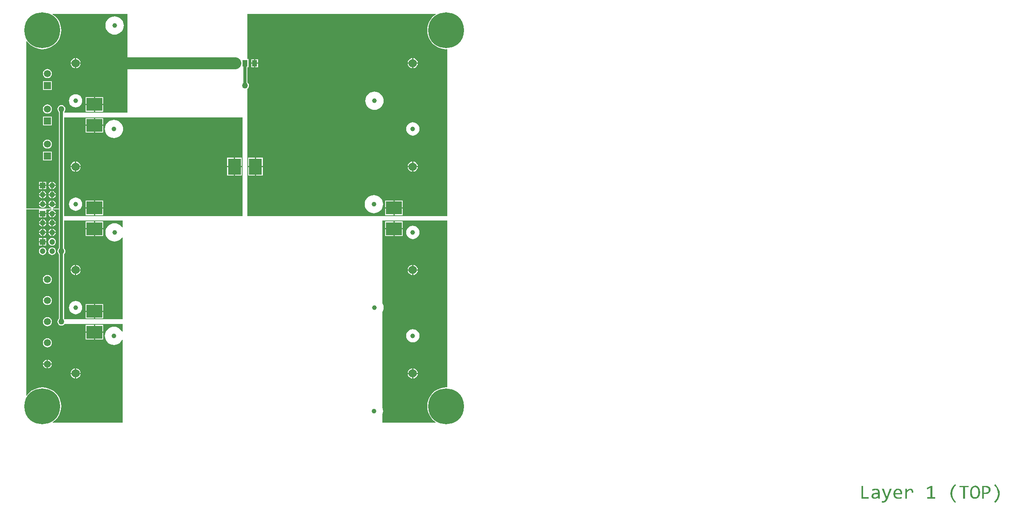
<source format=gtl>
G04*
G04 #@! TF.GenerationSoftware,Altium Limited,Altium Designer,20.0.13 (296)*
G04*
G04 Layer_Physical_Order=1*
G04 Layer_Color=255*
%FSLAX25Y25*%
%MOIN*%
G70*
G01*
G75*
%ADD28R,0.04134X0.05315*%
%ADD29R,0.13386X0.10827*%
%ADD30R,0.10827X0.13386*%
%ADD31C,0.05906*%
%ADD32R,0.05906X0.05906*%
%ADD33R,0.04724X0.04724*%
%ADD34C,0.04724*%
%ADD35C,0.07000*%
%ADD36C,0.03937*%
%ADD37C,0.30000*%
%ADD38C,0.02500*%
%ADD39C,0.10000*%
%ADD40C,0.05000*%
G36*
X43307Y171260D02*
Y88583D01*
X-9418Y88583D01*
X-9587Y89083D01*
X-9457Y89182D01*
X-8929Y89871D01*
X-8596Y90674D01*
X-8483Y91535D01*
X-8596Y92397D01*
X-8929Y93200D01*
X-9457Y93889D01*
X-10147Y94418D01*
X-10950Y94750D01*
X-11811Y94864D01*
X-12673Y94750D01*
X-13475Y94418D01*
X-14165Y93889D01*
X-14694Y93200D01*
X-15026Y92397D01*
X-15139Y91535D01*
X-15026Y90674D01*
X-14694Y89871D01*
X-14165Y89182D01*
X-13901Y88980D01*
Y8296D01*
X-19027D01*
X-19060Y8796D01*
X-18883Y8819D01*
X-18136Y9129D01*
X-17495Y9621D01*
X-17003Y10262D01*
X-16693Y11009D01*
X-16654Y11311D01*
X-22717D01*
X-22677Y11009D01*
X-22367Y10262D01*
X-21875Y9621D01*
X-21234Y9129D01*
X-20487Y8819D01*
X-20310Y8796D01*
X-20343Y8296D01*
X-24422D01*
X-24526Y8275D01*
X-24632Y8269D01*
X-24680Y8245D01*
X-24718Y8237D01*
X-27349D01*
X-27382Y8737D01*
X-27254Y8754D01*
X-26757Y8819D01*
X-26010Y9129D01*
X-25369Y9621D01*
X-24877Y10262D01*
X-24567Y11009D01*
X-24528Y11311D01*
X-30591D01*
X-30551Y11009D01*
X-30241Y10262D01*
X-29749Y9621D01*
X-29108Y9129D01*
X-28361Y8819D01*
X-27864Y8754D01*
X-27736Y8737D01*
X-27769Y8237D01*
X-30400D01*
X-30441Y8245D01*
X-30492Y8270D01*
X-30595Y8276D01*
X-30696Y8296D01*
X-41339D01*
Y148299D01*
X-40857Y148434D01*
X-40692Y148165D01*
X-39077Y146274D01*
X-37186Y144658D01*
X-35065Y143359D01*
X-32768Y142407D01*
X-30349Y141827D01*
X-27870Y141631D01*
X-25391Y141827D01*
X-22973Y142407D01*
X-20675Y143359D01*
X-18554Y144658D01*
X-16663Y146274D01*
X-15048Y148165D01*
X-13749Y150285D01*
X-12797Y152583D01*
X-12216Y155001D01*
X-12021Y157480D01*
X-12216Y159960D01*
X-12797Y162378D01*
X-13749Y164675D01*
X-15048Y166796D01*
X-16663Y168687D01*
X-18554Y170302D01*
X-19332Y170779D01*
X-19196Y171260D01*
X43307Y171260D01*
D02*
G37*
G36*
X139764Y1969D02*
X-9721D01*
Y84646D01*
X139764D01*
Y1969D01*
D02*
G37*
G36*
X301532Y170779D02*
X300754Y170302D01*
X298863Y168687D01*
X297248Y166796D01*
X295949Y164675D01*
X294997Y162378D01*
X294416Y159960D01*
X294221Y157480D01*
X294416Y155001D01*
X294997Y152583D01*
X295949Y150285D01*
X297248Y148165D01*
X298863Y146274D01*
X300754Y144658D01*
X302875Y143359D01*
X305172Y142407D01*
X307591Y141827D01*
X310070Y141631D01*
X310656Y141678D01*
X311024Y141338D01*
Y1969D01*
X143701D01*
Y108571D01*
X144086Y108867D01*
X144615Y109556D01*
X144947Y110359D01*
X145061Y111221D01*
X144947Y112082D01*
X144615Y112885D01*
X144086Y113574D01*
X143822Y113776D01*
Y126464D01*
X144599D01*
Y133379D01*
X143701D01*
Y171260D01*
X301396D01*
X301532Y170779D01*
D02*
G37*
G36*
X39370Y-7364D02*
X38870Y-7469D01*
X37998Y-6407D01*
X36841Y-5457D01*
X35521Y-4752D01*
X34088Y-4317D01*
X32598Y-4170D01*
X31109Y-4317D01*
X29676Y-4752D01*
X28356Y-5457D01*
X27198Y-6407D01*
X26249Y-7564D01*
X25543Y-8885D01*
X25108Y-10317D01*
X24962Y-11807D01*
X25108Y-13297D01*
X25543Y-14730D01*
X26249Y-16050D01*
X27198Y-17207D01*
X28356Y-18157D01*
X29676Y-18862D01*
X31109Y-19297D01*
X32598Y-19444D01*
X34088Y-19297D01*
X35521Y-18862D01*
X36841Y-18157D01*
X37998Y-17207D01*
X38870Y-16145D01*
X39370Y-16250D01*
Y-84646D01*
X-9162D01*
X-9457Y-84261D01*
X-9721Y-84058D01*
Y-30115D01*
X-9457Y-29913D01*
X-8929Y-29223D01*
X-8596Y-28420D01*
X-8483Y-27559D01*
X-8596Y-26698D01*
X-8929Y-25895D01*
X-9457Y-25205D01*
X-9721Y-25003D01*
Y-1969D01*
X39370D01*
Y-7364D01*
D02*
G37*
G36*
X-30696Y7480D02*
X-30630Y7008D01*
X-30630Y6980D01*
Y4437D01*
X-24488D01*
Y6980D01*
X-24422Y7480D01*
X-20129D01*
X-20096Y6980D01*
X-20487Y6929D01*
X-21234Y6619D01*
X-21875Y6127D01*
X-22367Y5486D01*
X-22677Y4739D01*
X-22717Y4437D01*
X-16654D01*
X-16693Y4739D01*
X-17003Y5486D01*
X-17495Y6127D01*
X-18136Y6619D01*
X-18883Y6929D01*
X-19274Y6980D01*
X-19242Y7480D01*
X-13901D01*
Y-25003D01*
X-14165Y-25205D01*
X-14694Y-25895D01*
X-15026Y-26698D01*
X-15139Y-27559D01*
X-15026Y-28420D01*
X-14694Y-29223D01*
X-14165Y-29913D01*
X-13901Y-30115D01*
Y-84058D01*
X-14165Y-84261D01*
X-14694Y-84950D01*
X-15026Y-85753D01*
X-15139Y-86614D01*
X-15026Y-87476D01*
X-14694Y-88278D01*
X-14165Y-88968D01*
X-13475Y-89497D01*
X-12673Y-89829D01*
X-11811Y-89943D01*
X-10950Y-89829D01*
X-10147Y-89497D01*
X-9457Y-88968D01*
X-9162Y-88583D01*
X39370Y-88583D01*
Y-94843D01*
X38870Y-94968D01*
X38448Y-94178D01*
X37498Y-93021D01*
X36341Y-92071D01*
X35021Y-91366D01*
X33588Y-90931D01*
X32098Y-90785D01*
X30609Y-90931D01*
X29176Y-91366D01*
X27856Y-92071D01*
X26698Y-93021D01*
X25749Y-94178D01*
X25043Y-95499D01*
X24608Y-96931D01*
X24462Y-98421D01*
X24608Y-99911D01*
X25043Y-101344D01*
X25749Y-102664D01*
X26698Y-103821D01*
X27856Y-104771D01*
X29176Y-105477D01*
X30609Y-105911D01*
X32098Y-106058D01*
X33588Y-105911D01*
X35021Y-105477D01*
X36341Y-104771D01*
X37498Y-103821D01*
X38448Y-102664D01*
X38870Y-101875D01*
X39370Y-102000D01*
Y-171260D01*
X-19196Y-171260D01*
X-19332Y-170779D01*
X-18554Y-170302D01*
X-16663Y-168687D01*
X-15048Y-166796D01*
X-13749Y-164675D01*
X-12797Y-162378D01*
X-12216Y-159960D01*
X-12021Y-157480D01*
X-12216Y-155001D01*
X-12797Y-152583D01*
X-13749Y-150285D01*
X-15048Y-148165D01*
X-16663Y-146274D01*
X-18554Y-144658D01*
X-20675Y-143359D01*
X-22973Y-142407D01*
X-25391Y-141827D01*
X-27870Y-141631D01*
X-30349Y-141827D01*
X-32768Y-142407D01*
X-35065Y-143359D01*
X-37186Y-144658D01*
X-39077Y-146274D01*
X-40692Y-148165D01*
X-40857Y-148434D01*
X-41339Y-148299D01*
X-41339Y7480D01*
X-30696D01*
D02*
G37*
G36*
X311024Y-141338D02*
X310656Y-141678D01*
X310070Y-141631D01*
X307591Y-141827D01*
X305172Y-142407D01*
X302875Y-143359D01*
X300754Y-144658D01*
X298863Y-146274D01*
X297248Y-148165D01*
X295949Y-150285D01*
X294997Y-152583D01*
X294416Y-155001D01*
X294221Y-157480D01*
X294416Y-159960D01*
X294997Y-162378D01*
X295949Y-164675D01*
X297248Y-166796D01*
X298863Y-168687D01*
X300754Y-170302D01*
X301532Y-170779D01*
X301396Y-171260D01*
X256610D01*
Y-164427D01*
X256654Y-164344D01*
X257088Y-162911D01*
X257235Y-161421D01*
X257088Y-159931D01*
X256654Y-158499D01*
X256610Y-158416D01*
Y-78748D01*
X257154Y-77730D01*
X257589Y-76297D01*
X257735Y-74807D01*
X257589Y-73317D01*
X257154Y-71885D01*
X256610Y-70866D01*
Y-1969D01*
X311024D01*
Y-141338D01*
D02*
G37*
G36*
X698802Y-226440D02*
X698893D01*
X699021Y-226459D01*
X699312Y-226531D01*
X699622Y-226623D01*
X699932Y-226768D01*
X700242Y-226987D01*
X700387Y-227115D01*
X700515Y-227260D01*
X700551Y-227297D01*
X700570Y-227351D01*
X700624Y-227406D01*
X700661Y-227497D01*
X700715Y-227606D01*
X700788Y-227734D01*
X700843Y-227880D01*
X700898Y-228044D01*
X700952Y-228208D01*
X701007Y-228408D01*
X701061Y-228627D01*
X701098Y-228882D01*
X701116Y-229137D01*
X701134Y-229410D01*
Y-229702D01*
X699695D01*
Y-229683D01*
Y-229647D01*
Y-229592D01*
Y-229520D01*
X699677Y-229337D01*
X699659Y-229119D01*
X699622Y-228864D01*
X699568Y-228608D01*
X699476Y-228354D01*
X699367Y-228153D01*
X699349Y-228135D01*
X699312Y-228080D01*
X699221Y-227989D01*
X699112Y-227898D01*
X698966Y-227825D01*
X698802Y-227734D01*
X698602Y-227679D01*
X698365Y-227661D01*
X698256D01*
X698201Y-227679D01*
X698019Y-227697D01*
X697800Y-227770D01*
X697782D01*
X697746Y-227789D01*
X697691Y-227807D01*
X697618Y-227843D01*
X697418Y-227953D01*
X697199Y-228098D01*
X697181Y-228117D01*
X697144Y-228135D01*
X697090Y-228189D01*
X696999Y-228244D01*
X696798Y-228445D01*
X696543Y-228681D01*
X696525Y-228700D01*
X696488Y-228736D01*
X696415Y-228809D01*
X696324Y-228918D01*
X696215Y-229046D01*
X696088Y-229173D01*
X695960Y-229337D01*
X695814Y-229520D01*
Y-234803D01*
X694375D01*
Y-226568D01*
X695668D01*
X695705Y-228098D01*
Y-228080D01*
X695741Y-228062D01*
X695832Y-227953D01*
X695978Y-227807D01*
X696160Y-227606D01*
X696379Y-227406D01*
X696616Y-227187D01*
X696871Y-226987D01*
X697144Y-226823D01*
X697181Y-226805D01*
X697272Y-226768D01*
X697399Y-226695D01*
X697600Y-226623D01*
X697800Y-226550D01*
X698055Y-226477D01*
X698310Y-226440D01*
X698584Y-226422D01*
X698711D01*
X698802Y-226440D01*
D02*
G37*
G36*
X680090Y-233929D02*
Y-233947D01*
X680072Y-233983D01*
X680054Y-234038D01*
X680018Y-234111D01*
X679926Y-234330D01*
X679817Y-234585D01*
X679671Y-234876D01*
X679526Y-235204D01*
X679361Y-235532D01*
X679179Y-235842D01*
X679161Y-235878D01*
X679107Y-235969D01*
X679015Y-236133D01*
X678888Y-236316D01*
X678742Y-236534D01*
X678560Y-236753D01*
X678378Y-236971D01*
X678177Y-237190D01*
X678159Y-237208D01*
X678086Y-237281D01*
X677977Y-237372D01*
X677831Y-237482D01*
X677649Y-237609D01*
X677448Y-237737D01*
X677212Y-237846D01*
X676975Y-237955D01*
X676938Y-237974D01*
X676865Y-237992D01*
X676720Y-238028D01*
X676537Y-238083D01*
X676319Y-238138D01*
X676082Y-238174D01*
X675790Y-238192D01*
X675499Y-238211D01*
X675244D01*
X675098Y-238192D01*
X674879D01*
X674734Y-238174D01*
Y-236880D01*
X674770D01*
X674843Y-236899D01*
X674970D01*
X675116Y-236917D01*
X675153D01*
X675262Y-236935D01*
X675408Y-236953D01*
X675717D01*
X675809Y-236935D01*
X676064Y-236899D01*
X676319Y-236826D01*
X676337D01*
X676373Y-236807D01*
X676446Y-236771D01*
X676537Y-236735D01*
X676738Y-236625D01*
X676957Y-236461D01*
X676975Y-236443D01*
X677011Y-236407D01*
X677066Y-236352D01*
X677139Y-236279D01*
X677230Y-236188D01*
X677339Y-236061D01*
X677539Y-235787D01*
X677558Y-235769D01*
X677594Y-235714D01*
X677649Y-235623D01*
X677722Y-235514D01*
X677795Y-235368D01*
X677886Y-235186D01*
X677995Y-235004D01*
X678086Y-234803D01*
X674806Y-226568D01*
X676428D01*
X678505Y-232034D01*
X678924Y-233309D01*
X679398Y-231997D01*
X681329Y-226568D01*
X682896D01*
X680090Y-233929D01*
D02*
G37*
G36*
X762190Y-224108D02*
X762427Y-224126D01*
X762682Y-224163D01*
X763228Y-224272D01*
X763265D01*
X763356Y-224309D01*
X763483Y-224345D01*
X763665Y-224418D01*
X763866Y-224491D01*
X764066Y-224600D01*
X764285Y-224709D01*
X764504Y-224855D01*
X764522Y-224873D01*
X764595Y-224928D01*
X764704Y-225001D01*
X764831Y-225129D01*
X764977Y-225274D01*
X765123Y-225438D01*
X765269Y-225639D01*
X765396Y-225857D01*
X765415Y-225894D01*
X765451Y-225967D01*
X765506Y-226094D01*
X765560Y-226276D01*
X765615Y-226495D01*
X765670Y-226750D01*
X765706Y-227042D01*
X765724Y-227370D01*
Y-227406D01*
Y-227479D01*
X765706Y-227606D01*
X765688Y-227770D01*
X765670Y-227971D01*
X765615Y-228208D01*
X765560Y-228445D01*
X765469Y-228681D01*
X765451Y-228718D01*
X765433Y-228791D01*
X765360Y-228918D01*
X765287Y-229064D01*
X765178Y-229246D01*
X765050Y-229428D01*
X764886Y-229629D01*
X764704Y-229829D01*
X764686Y-229848D01*
X764613Y-229920D01*
X764504Y-230012D01*
X764358Y-230121D01*
X764157Y-230248D01*
X763939Y-230394D01*
X763684Y-230522D01*
X763392Y-230649D01*
X763356Y-230667D01*
X763246Y-230704D01*
X763082Y-230740D01*
X762846Y-230795D01*
X762572Y-230868D01*
X762244Y-230904D01*
X761862Y-230941D01*
X761461Y-230959D01*
X760149D01*
Y-234803D01*
X758691D01*
Y-224090D01*
X761989D01*
X762190Y-224108D01*
D02*
G37*
G36*
X747450Y-225329D02*
X744279D01*
Y-234803D01*
X742804Y-234803D01*
Y-225329D01*
X739633D01*
Y-224090D01*
X747450Y-224090D01*
Y-225329D01*
D02*
G37*
G36*
X717004Y-233473D02*
X719391D01*
Y-234803D01*
X712668D01*
Y-233473D01*
X715419D01*
Y-225657D01*
X712850Y-227042D01*
X712340Y-225821D01*
X715729Y-224035D01*
X717004D01*
Y-233473D01*
D02*
G37*
G36*
X670142Y-226440D02*
X670343Y-226459D01*
X670579Y-226495D01*
X671035Y-226586D01*
X671053D01*
X671144Y-226623D01*
X671254Y-226659D01*
X671381Y-226714D01*
X671545Y-226786D01*
X671709Y-226878D01*
X671873Y-226969D01*
X672037Y-227096D01*
X672055Y-227115D01*
X672110Y-227151D01*
X672183Y-227224D01*
X672274Y-227315D01*
X672383Y-227443D01*
X672493Y-227588D01*
X672584Y-227752D01*
X672675Y-227934D01*
X672693Y-227953D01*
X672711Y-228026D01*
X672748Y-228135D01*
X672802Y-228281D01*
X672839Y-228445D01*
X672875Y-228663D01*
X672893Y-228882D01*
X672912Y-229137D01*
Y-234803D01*
X671618D01*
X671582Y-233710D01*
X671545Y-233747D01*
X671472Y-233820D01*
X671326Y-233929D01*
X671163Y-234074D01*
X670944Y-234220D01*
X670725Y-234384D01*
X670470Y-234530D01*
X670215Y-234658D01*
X670179Y-234676D01*
X670088Y-234694D01*
X669960Y-234749D01*
X669778Y-234803D01*
X669559Y-234858D01*
X669304Y-234894D01*
X669049Y-234931D01*
X668757Y-234949D01*
X668648D01*
X668521Y-234931D01*
X668357D01*
X668156Y-234913D01*
X667956Y-234876D01*
X667555Y-234785D01*
X667537D01*
X667482Y-234749D01*
X667391Y-234712D01*
X667264Y-234658D01*
X667008Y-234494D01*
X666735Y-234293D01*
X666717Y-234275D01*
X666680Y-234239D01*
X666626Y-234166D01*
X666553Y-234074D01*
X666480Y-233965D01*
X666389Y-233838D01*
X666261Y-233546D01*
Y-233528D01*
X666243Y-233473D01*
X666225Y-233382D01*
X666188Y-233273D01*
X666170Y-233127D01*
X666134Y-232963D01*
X666116Y-232617D01*
Y-232599D01*
Y-232562D01*
Y-232489D01*
X666134Y-232417D01*
X666152Y-232307D01*
X666170Y-232180D01*
X666225Y-231906D01*
X666334Y-231597D01*
X666498Y-231269D01*
X666608Y-231105D01*
X666735Y-230959D01*
X666863Y-230813D01*
X667027Y-230667D01*
X667045D01*
X667063Y-230631D01*
X667118Y-230594D01*
X667209Y-230558D01*
X667300Y-230503D01*
X667409Y-230449D01*
X667555Y-230376D01*
X667719Y-230303D01*
X667901Y-230248D01*
X668102Y-230175D01*
X668320Y-230121D01*
X668575Y-230066D01*
X668830Y-230030D01*
X669122Y-229993D01*
X669432Y-229957D01*
X671472D01*
Y-229246D01*
Y-229210D01*
Y-229119D01*
X671454Y-228991D01*
X671418Y-228827D01*
X671363Y-228645D01*
X671272Y-228445D01*
X671163Y-228262D01*
X670998Y-228080D01*
X670980Y-228062D01*
X670907Y-228007D01*
X670798Y-227934D01*
X670652Y-227861D01*
X670452Y-227789D01*
X670197Y-227716D01*
X669905Y-227661D01*
X669577Y-227643D01*
X669322D01*
X669140Y-227661D01*
X668922Y-227679D01*
X668703Y-227716D01*
X668193Y-227807D01*
X668156D01*
X668083Y-227843D01*
X667938Y-227880D01*
X667774Y-227916D01*
X667555Y-227989D01*
X667318Y-228062D01*
X667063Y-228153D01*
X666808Y-228244D01*
Y-226951D01*
X666826D01*
X666863Y-226932D01*
X666899Y-226914D01*
X666972Y-226896D01*
X667154Y-226841D01*
X667391Y-226768D01*
X667409D01*
X667446Y-226750D01*
X667519Y-226732D01*
X667610Y-226714D01*
X667846Y-226659D01*
X668102Y-226604D01*
X668120D01*
X668174Y-226586D01*
X668247Y-226568D01*
X668338Y-226550D01*
X668448Y-226532D01*
X668575Y-226513D01*
X668867Y-226477D01*
X668885D01*
X668940Y-226459D01*
X669013D01*
X669122Y-226440D01*
X669249D01*
X669377Y-226422D01*
X669960D01*
X670142Y-226440D01*
D02*
G37*
G36*
X659174Y-233564D02*
X663874D01*
Y-234803D01*
X657698D01*
Y-224090D01*
X659174D01*
Y-233564D01*
D02*
G37*
G36*
X753225Y-223944D02*
X753462Y-223981D01*
X753754Y-224017D01*
X754045Y-224090D01*
X754355Y-224181D01*
X754647Y-224309D01*
X754683Y-224327D01*
X754774Y-224381D01*
X754920Y-224473D01*
X755102Y-224582D01*
X755302Y-224746D01*
X755503Y-224928D01*
X755722Y-225147D01*
X755922Y-225402D01*
X755940Y-225438D01*
X756013Y-225529D01*
X756104Y-225675D01*
X756214Y-225875D01*
X756341Y-226131D01*
X756469Y-226422D01*
X756578Y-226750D01*
X756687Y-227115D01*
Y-227133D01*
X756705Y-227151D01*
Y-227206D01*
X756724Y-227297D01*
X756742Y-227388D01*
X756760Y-227497D01*
X756815Y-227770D01*
X756869Y-228098D01*
X756906Y-228481D01*
X756924Y-228918D01*
X756942Y-229374D01*
Y-229392D01*
Y-229428D01*
Y-229520D01*
Y-229611D01*
X756924Y-229738D01*
Y-229884D01*
X756906Y-230230D01*
X756851Y-230613D01*
X756797Y-231032D01*
X756705Y-231451D01*
X756596Y-231870D01*
Y-231888D01*
X756578Y-231925D01*
X756560Y-231979D01*
X756541Y-232052D01*
X756450Y-232234D01*
X756359Y-232489D01*
X756214Y-232763D01*
X756068Y-233054D01*
X755867Y-233346D01*
X755667Y-233619D01*
X755649Y-233656D01*
X755576Y-233728D01*
X755448Y-233856D01*
X755284Y-234002D01*
X755084Y-234166D01*
X754865Y-234330D01*
X754610Y-234475D01*
X754319Y-234621D01*
X754282Y-234639D01*
X754191Y-234676D01*
X754027Y-234730D01*
X753827Y-234785D01*
X753590Y-234840D01*
X753316Y-234894D01*
X753007Y-234931D01*
X752697Y-234949D01*
X752515D01*
X752333Y-234931D01*
X752077Y-234894D01*
X751804Y-234858D01*
X751495Y-234803D01*
X751185Y-234712D01*
X750893Y-234585D01*
X750857Y-234566D01*
X750766Y-234512D01*
X750620Y-234421D01*
X750456Y-234311D01*
X750237Y-234147D01*
X750037Y-233965D01*
X749818Y-233747D01*
X749618Y-233510D01*
X749600Y-233473D01*
X749527Y-233382D01*
X749436Y-233236D01*
X749326Y-233036D01*
X749217Y-232781D01*
X749089Y-232489D01*
X748980Y-232161D01*
X748871Y-231797D01*
Y-231779D01*
X748853Y-231742D01*
Y-231688D01*
X748834Y-231615D01*
X748816Y-231524D01*
X748798Y-231414D01*
X748762Y-231123D01*
X748707Y-230795D01*
X748670Y-230394D01*
X748652Y-229957D01*
X748634Y-229501D01*
Y-229483D01*
Y-229447D01*
Y-229356D01*
Y-229264D01*
X748652Y-229137D01*
Y-228991D01*
X748670Y-228663D01*
X748707Y-228262D01*
X748780Y-227861D01*
X748853Y-227424D01*
X748962Y-227023D01*
Y-227005D01*
X748980Y-226969D01*
X748998Y-226914D01*
X749017Y-226841D01*
X749089Y-226659D01*
X749199Y-226404D01*
X749326Y-226131D01*
X749490Y-225839D01*
X749673Y-225566D01*
X749873Y-225292D01*
X749891Y-225256D01*
X749982Y-225183D01*
X750092Y-225056D01*
X750256Y-224910D01*
X750456Y-224746D01*
X750693Y-224564D01*
X750948Y-224418D01*
X751221Y-224272D01*
X751258Y-224254D01*
X751349Y-224218D01*
X751513Y-224163D01*
X751713Y-224090D01*
X751950Y-224035D01*
X752242Y-223981D01*
X752533Y-223944D01*
X752861Y-223926D01*
X753025D01*
X753225Y-223944D01*
D02*
G37*
G36*
X688508Y-226440D02*
X688708Y-226459D01*
X688945Y-226495D01*
X689200Y-226531D01*
X689455Y-226604D01*
X689711Y-226695D01*
X689747Y-226714D01*
X689820Y-226750D01*
X689947Y-226805D01*
X690111Y-226896D01*
X690275Y-227005D01*
X690476Y-227133D01*
X690658Y-227297D01*
X690840Y-227479D01*
X690858Y-227497D01*
X690913Y-227570D01*
X691004Y-227679D01*
X691095Y-227807D01*
X691205Y-227989D01*
X691332Y-228189D01*
X691441Y-228426D01*
X691533Y-228681D01*
X691551Y-228718D01*
X691569Y-228809D01*
X691605Y-228955D01*
X691660Y-229137D01*
X691697Y-229374D01*
X691733Y-229629D01*
X691751Y-229920D01*
X691769Y-230248D01*
Y-230267D01*
Y-230303D01*
Y-230358D01*
Y-230431D01*
Y-230594D01*
X691751Y-230777D01*
Y-230813D01*
Y-230904D01*
Y-231014D01*
X691733Y-231141D01*
X685957Y-231141D01*
Y-231159D01*
Y-231196D01*
Y-231269D01*
X685975Y-231342D01*
Y-231451D01*
X685994Y-231578D01*
X686048Y-231870D01*
X686121Y-232180D01*
X686249Y-232508D01*
X686413Y-232817D01*
X686650Y-233091D01*
X686686Y-233127D01*
X686777Y-233200D01*
X686941Y-233309D01*
X687178Y-233419D01*
X687469Y-233546D01*
X687816Y-233656D01*
X688216Y-233728D01*
X688690Y-233765D01*
X689146D01*
X689401Y-233747D01*
X689455D01*
X689528Y-233728D01*
X689619D01*
X689856Y-233692D01*
X690093Y-233674D01*
X690111D01*
X690148Y-233656D01*
X690221D01*
X690312Y-233637D01*
X690512Y-233601D01*
X690749Y-233564D01*
X690767D01*
X690804Y-233546D01*
X690858Y-233528D01*
X690931Y-233510D01*
X691132Y-233473D01*
X691332Y-233419D01*
Y-234585D01*
X691314D01*
X691223Y-234603D01*
X691113Y-234639D01*
X690949Y-234676D01*
X690749Y-234712D01*
X690530Y-234767D01*
X690275Y-234803D01*
X690002Y-234840D01*
X689966D01*
X689875Y-234858D01*
X689729Y-234876D01*
X689546Y-234894D01*
X689310Y-234913D01*
X689055Y-234931D01*
X688781Y-234949D01*
X688308D01*
X688107Y-234931D01*
X687870Y-234913D01*
X687579Y-234876D01*
X687269Y-234840D01*
X686959Y-234767D01*
X686668Y-234676D01*
X686631Y-234658D01*
X686540Y-234621D01*
X686394Y-234548D01*
X686231Y-234457D01*
X686030Y-234348D01*
X685811Y-234202D01*
X685611Y-234038D01*
X685411Y-233838D01*
X685392Y-233820D01*
X685338Y-233747D01*
X685247Y-233619D01*
X685137Y-233473D01*
X685010Y-233273D01*
X684900Y-233054D01*
X684773Y-232781D01*
X684682Y-232508D01*
Y-232489D01*
Y-232471D01*
X684645Y-232362D01*
X684609Y-232198D01*
X684573Y-231979D01*
X684536Y-231706D01*
X684500Y-231414D01*
X684481Y-231068D01*
X684463Y-230704D01*
Y-230686D01*
Y-230667D01*
Y-230558D01*
X684481Y-230394D01*
X684500Y-230175D01*
X684518Y-229939D01*
X684573Y-229665D01*
X684627Y-229374D01*
X684700Y-229082D01*
Y-229064D01*
X684718Y-229046D01*
X684755Y-228955D01*
X684809Y-228809D01*
X684882Y-228608D01*
X684992Y-228408D01*
X685119Y-228171D01*
X685265Y-227934D01*
X685429Y-227716D01*
X685447Y-227697D01*
X685520Y-227625D01*
X685629Y-227515D01*
X685757Y-227370D01*
X685939Y-227224D01*
X686139Y-227060D01*
X686358Y-226914D01*
X686613Y-226768D01*
X686650Y-226750D01*
X686741Y-226714D01*
X686886Y-226659D01*
X687069Y-226586D01*
X687305Y-226531D01*
X687579Y-226477D01*
X687870Y-226440D01*
X688198Y-226422D01*
X688344D01*
X688508Y-226440D01*
D02*
G37*
G36*
X769642Y-222614D02*
X769660Y-222632D01*
X769714Y-222687D01*
X769787Y-222760D01*
X769878Y-222851D01*
X769970Y-222942D01*
X770225Y-223215D01*
X770498Y-223543D01*
X770826Y-223926D01*
X771172Y-224381D01*
X771518Y-224892D01*
X771865Y-225438D01*
X772211Y-226040D01*
X772539Y-226695D01*
X772830Y-227370D01*
X773067Y-228080D01*
X773249Y-228827D01*
X773322Y-229210D01*
X773377Y-229592D01*
X773395Y-229993D01*
X773413Y-230394D01*
Y-230412D01*
Y-230431D01*
Y-230485D01*
Y-230540D01*
Y-230722D01*
X773395Y-230959D01*
X773377Y-231232D01*
X773340Y-231542D01*
X773286Y-231888D01*
X773231Y-232234D01*
Y-232253D01*
Y-232271D01*
X773213Y-232325D01*
X773195Y-232398D01*
X773158Y-232580D01*
X773085Y-232836D01*
X772994Y-233127D01*
X772885Y-233455D01*
X772757Y-233801D01*
X772612Y-234166D01*
Y-234184D01*
X772593Y-234202D01*
X772575Y-234257D01*
X772539Y-234330D01*
X772429Y-234530D01*
X772302Y-234785D01*
X772138Y-235095D01*
X771919Y-235423D01*
X771700Y-235787D01*
X771427Y-236170D01*
Y-236188D01*
X771391Y-236225D01*
X771354Y-236279D01*
X771300Y-236352D01*
X771227Y-236443D01*
X771136Y-236552D01*
X770917Y-236826D01*
X770662Y-237136D01*
X770352Y-237482D01*
X769988Y-237864D01*
X769587Y-238247D01*
X768767Y-237391D01*
X768785Y-237372D01*
X768840Y-237318D01*
X768913Y-237227D01*
X769022Y-237117D01*
X769168Y-236971D01*
X769314Y-236789D01*
X769478Y-236607D01*
X769660Y-236388D01*
X769842Y-236152D01*
X770043Y-235896D01*
X770443Y-235332D01*
X770808Y-234730D01*
X770972Y-234402D01*
X771136Y-234093D01*
X771154Y-234074D01*
X771172Y-234020D01*
X771209Y-233929D01*
X771263Y-233801D01*
X771318Y-233637D01*
X771391Y-233455D01*
X771464Y-233236D01*
X771536Y-232999D01*
X771609Y-232745D01*
X771682Y-232471D01*
X771810Y-231852D01*
X771901Y-231196D01*
X771937Y-230850D01*
Y-230503D01*
Y-230485D01*
Y-230467D01*
Y-230412D01*
Y-230321D01*
X771919Y-230230D01*
Y-230121D01*
X771883Y-229848D01*
X771846Y-229501D01*
X771773Y-229100D01*
X771664Y-228663D01*
X771536Y-228171D01*
X771373Y-227643D01*
X771172Y-227078D01*
X770899Y-226495D01*
X770607Y-225894D01*
X770243Y-225292D01*
X769806Y-224691D01*
X769332Y-224072D01*
X769059Y-223780D01*
X768767Y-223489D01*
X769623Y-222596D01*
X769642Y-222614D01*
D02*
G37*
G36*
X736791Y-223452D02*
X736755Y-223489D01*
X736663Y-223598D01*
X736499Y-223762D01*
X736299Y-223999D01*
X736044Y-224290D01*
X735789Y-224637D01*
X735497Y-225056D01*
X735206Y-225493D01*
X734896Y-225985D01*
X734605Y-226531D01*
X734349Y-227096D01*
X734094Y-227716D01*
X733894Y-228354D01*
X733748Y-229009D01*
X733639Y-229702D01*
X733621Y-230048D01*
X733603Y-230412D01*
Y-230431D01*
Y-230503D01*
Y-230594D01*
X733621Y-230740D01*
Y-230904D01*
X733639Y-231105D01*
X733675Y-231323D01*
X733712Y-231578D01*
X733748Y-231852D01*
X733803Y-232125D01*
X733949Y-232745D01*
X734149Y-233400D01*
X734258Y-233728D01*
X734404Y-234056D01*
X734422Y-234074D01*
X734441Y-234129D01*
X734495Y-234220D01*
X734550Y-234348D01*
X734641Y-234512D01*
X734750Y-234694D01*
X734860Y-234894D01*
X735005Y-235131D01*
X735169Y-235368D01*
X735333Y-235623D01*
X735534Y-235896D01*
X735752Y-236188D01*
X735989Y-236480D01*
X736226Y-236771D01*
X736499Y-237063D01*
X736791Y-237354D01*
X735916Y-238247D01*
X735898Y-238229D01*
X735880Y-238211D01*
X735825Y-238156D01*
X735752Y-238083D01*
X735661Y-237992D01*
X735570Y-237901D01*
X735333Y-237627D01*
X735042Y-237299D01*
X734732Y-236917D01*
X734386Y-236461D01*
X734040Y-235969D01*
X733675Y-235423D01*
X733347Y-234822D01*
X733019Y-234184D01*
X732728Y-233510D01*
X732491Y-232799D01*
X732309Y-232070D01*
X732236Y-231688D01*
X732181Y-231305D01*
X732163Y-230923D01*
X732145Y-230522D01*
Y-230503D01*
Y-230467D01*
Y-230431D01*
Y-230358D01*
X732163Y-230157D01*
Y-229902D01*
X732199Y-229592D01*
X732236Y-229264D01*
X732272Y-228900D01*
X732345Y-228536D01*
Y-228517D01*
X732364Y-228499D01*
Y-228445D01*
X732382Y-228372D01*
X732436Y-228171D01*
X732509Y-227916D01*
X732582Y-227625D01*
X732691Y-227297D01*
X732837Y-226932D01*
X732983Y-226568D01*
Y-226550D01*
X733001Y-226513D01*
X733038Y-226477D01*
X733074Y-226404D01*
X733165Y-226203D01*
X733311Y-225948D01*
X733475Y-225639D01*
X733675Y-225311D01*
X733912Y-224946D01*
X734167Y-224582D01*
Y-224564D01*
X734204Y-224527D01*
X734240Y-224491D01*
X734295Y-224418D01*
X734459Y-224218D01*
X734659Y-223962D01*
X734933Y-223653D01*
X735224Y-223325D01*
X735570Y-222960D01*
X735953Y-222596D01*
X736791Y-223452D01*
D02*
G37*
%LPC*%
G36*
X32600Y169058D02*
X31110Y168911D01*
X29678Y168477D01*
X28357Y167771D01*
X27200Y166821D01*
X26250Y165664D01*
X25545Y164344D01*
X25110Y162911D01*
X24963Y161421D01*
X25110Y159931D01*
X25545Y158499D01*
X26250Y157178D01*
X27200Y156021D01*
X28357Y155071D01*
X29678Y154366D01*
X31110Y153931D01*
X32600Y153785D01*
X34090Y153931D01*
X35522Y154366D01*
X36843Y155071D01*
X38000Y156021D01*
X38950Y157178D01*
X39656Y158499D01*
X40090Y159931D01*
X40237Y161421D01*
X40090Y162911D01*
X39656Y164344D01*
X38950Y165664D01*
X38000Y166821D01*
X36843Y167771D01*
X35522Y168477D01*
X34090Y168911D01*
X32600Y169058D01*
D02*
G37*
G36*
X500Y134100D02*
Y130421D01*
X4179D01*
X4100Y131020D01*
X3676Y132044D01*
X3002Y132923D01*
X2122Y133598D01*
X1099Y134022D01*
X500Y134100D01*
D02*
G37*
G36*
X-500Y134100D02*
X-1099Y134022D01*
X-2122Y133598D01*
X-3002Y132923D01*
X-3676Y132044D01*
X-4100Y131020D01*
X-4179Y130421D01*
X-500D01*
Y134100D01*
D02*
G37*
G36*
Y129421D02*
X-4179D01*
X-4100Y128823D01*
X-3676Y127799D01*
X-3002Y126920D01*
X-2122Y126245D01*
X-1099Y125821D01*
X-500Y125742D01*
Y129421D01*
D02*
G37*
G36*
X4179D02*
X500D01*
Y125742D01*
X1099Y125821D01*
X2122Y126245D01*
X3002Y126920D01*
X3676Y127799D01*
X4100Y128823D01*
X4179Y129421D01*
D02*
G37*
G36*
X-23622Y125006D02*
X-24602Y124877D01*
X-25515Y124498D01*
X-26298Y123897D01*
X-26900Y123113D01*
X-27278Y122200D01*
X-27407Y121221D01*
X-27278Y120241D01*
X-26900Y119328D01*
X-26298Y118544D01*
X-25515Y117943D01*
X-24602Y117564D01*
X-23622Y117435D01*
X-22642Y117564D01*
X-21730Y117943D01*
X-20946Y118544D01*
X-20344Y119328D01*
X-19966Y120241D01*
X-19837Y121221D01*
X-19966Y122200D01*
X-20344Y123113D01*
X-20946Y123897D01*
X-21730Y124498D01*
X-22642Y124877D01*
X-23622Y125006D01*
D02*
G37*
G36*
X-19869Y114973D02*
X-27375D01*
Y107468D01*
X-19869D01*
Y114973D01*
D02*
G37*
G36*
X23150Y101496D02*
X16248D01*
Y95874D01*
X23150D01*
Y101496D01*
D02*
G37*
G36*
X15248D02*
X8347D01*
Y95874D01*
X15248D01*
Y101496D01*
D02*
G37*
G36*
X0Y103969D02*
X-1436Y103780D01*
X-2774Y103226D01*
X-3923Y102344D01*
X-4804Y101195D01*
X-5358Y99857D01*
X-5548Y98421D01*
X-5358Y96986D01*
X-4804Y95648D01*
X-3923Y94499D01*
X-2774Y93617D01*
X-1436Y93063D01*
X0Y92874D01*
X1436Y93063D01*
X2774Y93617D01*
X3923Y94499D01*
X4804Y95648D01*
X5358Y96986D01*
X5548Y98421D01*
X5358Y99857D01*
X4804Y101195D01*
X3923Y102344D01*
X2774Y103226D01*
X1436Y103780D01*
X0Y103969D01*
D02*
G37*
G36*
X23150Y94874D02*
X16248D01*
Y89252D01*
X23150D01*
Y94874D01*
D02*
G37*
G36*
X15248D02*
X8347D01*
Y89252D01*
X15248D01*
Y94874D01*
D02*
G37*
G36*
X-23622Y95321D02*
X-24602Y95192D01*
X-25515Y94814D01*
X-26298Y94212D01*
X-26900Y93428D01*
X-27278Y92515D01*
X-27407Y91535D01*
X-27278Y90556D01*
X-26900Y89643D01*
X-26298Y88859D01*
X-25515Y88257D01*
X-24602Y87879D01*
X-23622Y87750D01*
X-22642Y87879D01*
X-21730Y88257D01*
X-20946Y88859D01*
X-20344Y89643D01*
X-19966Y90556D01*
X-19837Y91535D01*
X-19966Y92515D01*
X-20344Y93428D01*
X-20946Y94212D01*
X-21730Y94814D01*
X-22642Y95192D01*
X-23622Y95321D01*
D02*
G37*
G36*
X-19869Y85288D02*
X-27375D01*
Y77783D01*
X-19869D01*
Y85288D01*
D02*
G37*
G36*
X-23622Y65951D02*
X-24602Y65821D01*
X-25515Y65443D01*
X-26298Y64842D01*
X-26900Y64058D01*
X-27278Y63145D01*
X-27407Y62165D01*
X-27278Y61186D01*
X-26900Y60273D01*
X-26298Y59489D01*
X-25515Y58887D01*
X-24602Y58509D01*
X-23622Y58380D01*
X-22642Y58509D01*
X-21730Y58887D01*
X-20946Y59489D01*
X-20344Y60273D01*
X-19966Y61186D01*
X-19837Y62165D01*
X-19966Y63145D01*
X-20344Y64058D01*
X-20946Y64842D01*
X-21730Y65443D01*
X-22642Y65821D01*
X-23622Y65951D01*
D02*
G37*
G36*
X-19869Y55918D02*
X-27375D01*
Y48413D01*
X-19869D01*
Y55918D01*
D02*
G37*
G36*
X-19185Y30591D02*
Y28059D01*
X-16654D01*
X-16693Y28361D01*
X-17003Y29108D01*
X-17495Y29749D01*
X-18136Y30241D01*
X-18883Y30551D01*
X-19185Y30591D01*
D02*
G37*
G36*
X-20185D02*
X-20487Y30551D01*
X-21234Y30241D01*
X-21875Y29749D01*
X-22367Y29108D01*
X-22677Y28361D01*
X-22717Y28059D01*
X-20185D01*
Y30591D01*
D02*
G37*
G36*
X-24488Y30630D02*
X-27059D01*
Y28059D01*
X-24488D01*
Y30630D01*
D02*
G37*
G36*
X-28059D02*
X-30630D01*
Y28059D01*
X-28059D01*
Y30630D01*
D02*
G37*
G36*
X-16654Y27059D02*
X-19185D01*
Y24528D01*
X-18883Y24567D01*
X-18136Y24877D01*
X-17495Y25369D01*
X-17003Y26010D01*
X-16693Y26757D01*
X-16654Y27059D01*
D02*
G37*
G36*
X-20185D02*
X-22717D01*
X-22677Y26757D01*
X-22367Y26010D01*
X-21875Y25369D01*
X-21234Y24877D01*
X-20487Y24567D01*
X-20185Y24528D01*
Y27059D01*
D02*
G37*
G36*
X-24488D02*
X-27059D01*
Y24488D01*
X-24488D01*
Y27059D01*
D02*
G37*
G36*
X-28059D02*
X-30630D01*
Y24488D01*
X-28059D01*
Y27059D01*
D02*
G37*
G36*
X-19185Y22717D02*
Y20185D01*
X-16654D01*
X-16693Y20487D01*
X-17003Y21234D01*
X-17495Y21875D01*
X-18136Y22367D01*
X-18883Y22677D01*
X-19185Y22717D01*
D02*
G37*
G36*
X-20185D02*
X-20487Y22677D01*
X-21234Y22367D01*
X-21875Y21875D01*
X-22367Y21234D01*
X-22677Y20487D01*
X-22717Y20185D01*
X-20185D01*
Y22717D01*
D02*
G37*
G36*
X-27059D02*
Y20185D01*
X-24528D01*
X-24567Y20487D01*
X-24877Y21234D01*
X-25369Y21875D01*
X-26010Y22367D01*
X-26757Y22677D01*
X-27059Y22717D01*
D02*
G37*
G36*
X-28059D02*
X-28361Y22677D01*
X-29108Y22367D01*
X-29749Y21875D01*
X-30241Y21234D01*
X-30551Y20487D01*
X-30591Y20185D01*
X-28059D01*
Y22717D01*
D02*
G37*
G36*
X-16654Y19185D02*
X-19185D01*
Y16654D01*
X-18883Y16693D01*
X-18136Y17003D01*
X-17495Y17495D01*
X-17003Y18136D01*
X-16693Y18883D01*
X-16654Y19185D01*
D02*
G37*
G36*
X-20185D02*
X-22717D01*
X-22677Y18883D01*
X-22367Y18136D01*
X-21875Y17495D01*
X-21234Y17003D01*
X-20487Y16693D01*
X-20185Y16654D01*
Y19185D01*
D02*
G37*
G36*
X-24528D02*
X-27059D01*
Y16654D01*
X-26757Y16693D01*
X-26010Y17003D01*
X-25369Y17495D01*
X-24877Y18136D01*
X-24567Y18883D01*
X-24528Y19185D01*
D02*
G37*
G36*
X-28059D02*
X-30591D01*
X-30551Y18883D01*
X-30241Y18136D01*
X-29749Y17495D01*
X-29108Y17003D01*
X-28361Y16693D01*
X-28059Y16654D01*
Y19185D01*
D02*
G37*
G36*
X-19185Y14842D02*
Y12311D01*
X-16654D01*
X-16693Y12613D01*
X-17003Y13360D01*
X-17495Y14001D01*
X-18136Y14493D01*
X-18883Y14803D01*
X-19185Y14842D01*
D02*
G37*
G36*
X-20185D02*
X-20487Y14803D01*
X-21234Y14493D01*
X-21875Y14001D01*
X-22367Y13360D01*
X-22677Y12613D01*
X-22717Y12311D01*
X-20185D01*
Y14842D01*
D02*
G37*
G36*
X-27059D02*
Y12311D01*
X-24528D01*
X-24567Y12613D01*
X-24877Y13360D01*
X-25369Y14001D01*
X-26010Y14493D01*
X-26757Y14803D01*
X-27059Y14842D01*
D02*
G37*
G36*
X-28059D02*
X-28361Y14803D01*
X-29108Y14493D01*
X-29749Y14001D01*
X-30241Y13360D01*
X-30551Y12613D01*
X-30591Y12311D01*
X-28059D01*
Y14842D01*
D02*
G37*
G36*
X23150Y83976D02*
X16248D01*
Y78354D01*
X23150D01*
Y83976D01*
D02*
G37*
G36*
X15248D02*
X8347D01*
Y78354D01*
X15248D01*
Y83976D01*
D02*
G37*
G36*
X23150Y77354D02*
X16248D01*
Y71732D01*
X23150D01*
Y77354D01*
D02*
G37*
G36*
X15248D02*
X8347D01*
Y71732D01*
X15248D01*
Y77354D01*
D02*
G37*
G36*
X32098Y82444D02*
X30609Y82297D01*
X29176Y81862D01*
X27856Y81157D01*
X26698Y80207D01*
X25749Y79050D01*
X25043Y77729D01*
X24608Y76297D01*
X24462Y74807D01*
X24608Y73317D01*
X25043Y71885D01*
X25749Y70564D01*
X26698Y69407D01*
X27856Y68457D01*
X29176Y67752D01*
X30609Y67317D01*
X32098Y67170D01*
X33588Y67317D01*
X35021Y67752D01*
X36341Y68457D01*
X37498Y69407D01*
X38448Y70564D01*
X39154Y71885D01*
X39588Y73317D01*
X39735Y74807D01*
X39588Y76297D01*
X39154Y77729D01*
X38448Y79050D01*
X37498Y80207D01*
X36341Y81157D01*
X35021Y81862D01*
X33588Y82297D01*
X32098Y82444D01*
D02*
G37*
G36*
X498Y47486D02*
Y43807D01*
X4178D01*
X4099Y44406D01*
X3675Y45430D01*
X3000Y46309D01*
X2121Y46983D01*
X1097Y47407D01*
X498Y47486D01*
D02*
G37*
G36*
X139094Y50709D02*
X133472D01*
Y43807D01*
X139094D01*
Y50709D01*
D02*
G37*
G36*
X-502Y47486D02*
X-1100Y47407D01*
X-2124Y46983D01*
X-3003Y46309D01*
X-3678Y45430D01*
X-4102Y44406D01*
X-4181Y43807D01*
X-502D01*
Y47486D01*
D02*
G37*
G36*
X132472Y50709D02*
X126850D01*
Y43807D01*
X132472D01*
Y50709D01*
D02*
G37*
G36*
X-502Y42807D02*
X-4181D01*
X-4102Y42208D01*
X-3678Y41185D01*
X-3003Y40305D01*
X-2124Y39631D01*
X-1100Y39207D01*
X-502Y39128D01*
Y42807D01*
D02*
G37*
G36*
X4178D02*
X498D01*
Y39128D01*
X1097Y39207D01*
X2121Y39631D01*
X3000Y40305D01*
X3675Y41185D01*
X4099Y42208D01*
X4178Y42807D01*
D02*
G37*
G36*
X139094D02*
X133472D01*
Y35906D01*
X139094D01*
Y42807D01*
D02*
G37*
G36*
X132472D02*
X126850D01*
Y35906D01*
X132472D01*
Y42807D01*
D02*
G37*
G36*
X23150Y14882D02*
X16248D01*
Y9260D01*
X23150D01*
Y14882D01*
D02*
G37*
G36*
X15248D02*
X8347D01*
Y9260D01*
X15248D01*
Y14882D01*
D02*
G37*
G36*
X-2Y17355D02*
X-1437Y17165D01*
X-2775Y16611D01*
X-3924Y15730D01*
X-4806Y14581D01*
X-5360Y13243D01*
X-5549Y11807D01*
X-5360Y10371D01*
X-4806Y9033D01*
X-3924Y7884D01*
X-2775Y7003D01*
X-1437Y6449D01*
X-2Y6260D01*
X1434Y6449D01*
X2772Y7003D01*
X3921Y7884D01*
X4803Y9033D01*
X5357Y10371D01*
X5546Y11807D01*
X5357Y13243D01*
X4803Y14581D01*
X3921Y15730D01*
X2772Y16611D01*
X1434Y17165D01*
X-2Y17355D01*
D02*
G37*
G36*
X23150Y8260D02*
X16248D01*
Y2638D01*
X23150D01*
Y8260D01*
D02*
G37*
G36*
X15248D02*
X8347D01*
Y2638D01*
X15248D01*
Y8260D01*
D02*
G37*
G36*
X152579Y133287D02*
X150303D01*
Y130421D01*
X152579D01*
Y133287D01*
D02*
G37*
G36*
X149303D02*
X147028D01*
Y130421D01*
X149303D01*
Y133287D01*
D02*
G37*
G36*
X282700Y134100D02*
Y130421D01*
X286379D01*
X286300Y131020D01*
X285876Y132044D01*
X285202Y132923D01*
X284323Y133598D01*
X283299Y134022D01*
X282700Y134100D01*
D02*
G37*
G36*
X281700D02*
X281101Y134022D01*
X280078Y133598D01*
X279198Y132923D01*
X278524Y132044D01*
X278100Y131020D01*
X278021Y130421D01*
X281700D01*
Y134100D01*
D02*
G37*
G36*
X152579Y129421D02*
X150303D01*
Y126555D01*
X152579D01*
Y129421D01*
D02*
G37*
G36*
X149303D02*
X147028D01*
Y126555D01*
X149303D01*
Y129421D01*
D02*
G37*
G36*
X286379Y129421D02*
X282700D01*
Y125742D01*
X283299Y125821D01*
X284323Y126245D01*
X285202Y126920D01*
X285876Y127799D01*
X286300Y128823D01*
X286379Y129421D01*
D02*
G37*
G36*
X281700D02*
X278021D01*
X278100Y128823D01*
X278524Y127799D01*
X279198Y126920D01*
X280078Y126245D01*
X281101Y125821D01*
X281700Y125742D01*
Y129421D01*
D02*
G37*
G36*
X250100Y106058D02*
X248610Y105911D01*
X247178Y105477D01*
X245857Y104771D01*
X244700Y103821D01*
X243750Y102664D01*
X243044Y101344D01*
X242610Y99911D01*
X242463Y98421D01*
X242610Y96931D01*
X243044Y95499D01*
X243750Y94178D01*
X244700Y93021D01*
X245857Y92071D01*
X247178Y91366D01*
X248610Y90931D01*
X250100Y90785D01*
X251590Y90931D01*
X253023Y91366D01*
X254343Y92071D01*
X255500Y93021D01*
X256450Y94178D01*
X257155Y95499D01*
X257590Y96931D01*
X257737Y98421D01*
X257590Y99911D01*
X257155Y101344D01*
X256450Y102664D01*
X255500Y103821D01*
X254343Y104771D01*
X253023Y105477D01*
X251590Y105911D01*
X250100Y106058D01*
D02*
G37*
G36*
X282198Y80354D02*
X280763Y80165D01*
X279425Y79611D01*
X278276Y78730D01*
X277394Y77581D01*
X276840Y76243D01*
X276651Y74807D01*
X276840Y73371D01*
X277394Y72033D01*
X278276Y70884D01*
X279425Y70003D01*
X280763Y69449D01*
X282198Y69260D01*
X283634Y69449D01*
X284972Y70003D01*
X286121Y70884D01*
X287003Y72033D01*
X287557Y73371D01*
X287746Y74807D01*
X287557Y76243D01*
X287003Y77581D01*
X286121Y78730D01*
X284972Y79611D01*
X283634Y80165D01*
X282198Y80354D01*
D02*
G37*
G36*
X282698Y47486D02*
Y43807D01*
X286378D01*
X286299Y44406D01*
X285875Y45430D01*
X285200Y46309D01*
X284321Y46983D01*
X283297Y47407D01*
X282698Y47486D01*
D02*
G37*
G36*
X281698Y47486D02*
X281100Y47407D01*
X280076Y46983D01*
X279197Y46309D01*
X278522Y45430D01*
X278098Y44406D01*
X278019Y43807D01*
X281698D01*
Y47486D01*
D02*
G37*
G36*
X156614Y50709D02*
X150992D01*
Y43807D01*
X156614D01*
Y50709D01*
D02*
G37*
G36*
X149992D02*
X144370D01*
Y43807D01*
X149992D01*
Y50709D01*
D02*
G37*
G36*
X286378Y42807D02*
X282698D01*
Y39128D01*
X283297Y39207D01*
X284321Y39631D01*
X285200Y40305D01*
X285875Y41185D01*
X286299Y42208D01*
X286378Y42807D01*
D02*
G37*
G36*
X281698D02*
X278019D01*
X278098Y42208D01*
X278522Y41185D01*
X279197Y40305D01*
X280076Y39631D01*
X281100Y39207D01*
X281698Y39128D01*
Y42807D01*
D02*
G37*
G36*
X156614Y42807D02*
X150992D01*
Y35906D01*
X156614D01*
Y42807D01*
D02*
G37*
G36*
X149992D02*
X144370D01*
Y35906D01*
X149992D01*
Y42807D01*
D02*
G37*
G36*
X273853Y14882D02*
X266952D01*
Y9260D01*
X273853D01*
Y14882D01*
D02*
G37*
G36*
X265952D02*
X259050D01*
Y9260D01*
X265952D01*
Y14882D01*
D02*
G37*
G36*
X249598Y19444D02*
X248109Y19297D01*
X246676Y18862D01*
X245356Y18157D01*
X244198Y17207D01*
X243249Y16050D01*
X242543Y14730D01*
X242108Y13297D01*
X241962Y11807D01*
X242108Y10317D01*
X242543Y8885D01*
X243249Y7564D01*
X244198Y6407D01*
X245356Y5457D01*
X246676Y4752D01*
X248109Y4317D01*
X249598Y4170D01*
X251088Y4317D01*
X252521Y4752D01*
X253841Y5457D01*
X254998Y6407D01*
X255948Y7564D01*
X256654Y8885D01*
X257088Y10317D01*
X257235Y11807D01*
X257088Y13297D01*
X256654Y14730D01*
X255948Y16050D01*
X254998Y17207D01*
X253841Y18157D01*
X252521Y18862D01*
X251088Y19297D01*
X249598Y19444D01*
D02*
G37*
G36*
X273853Y8260D02*
X266952D01*
Y2638D01*
X273853D01*
Y8260D01*
D02*
G37*
G36*
X265952D02*
X259050D01*
Y2638D01*
X265952D01*
Y8260D01*
D02*
G37*
G36*
X23150Y-2638D02*
X16248D01*
Y-8260D01*
X23150D01*
Y-2638D01*
D02*
G37*
G36*
X15248D02*
X8347D01*
Y-8260D01*
X15248D01*
Y-2638D01*
D02*
G37*
G36*
X23150Y-9260D02*
X16248D01*
Y-14882D01*
X23150D01*
Y-9260D01*
D02*
G37*
G36*
X15248D02*
X8347D01*
Y-14882D01*
X15248D01*
Y-9260D01*
D02*
G37*
G36*
X498Y-39128D02*
Y-42807D01*
X4178D01*
X4099Y-42208D01*
X3675Y-41185D01*
X3000Y-40305D01*
X2121Y-39631D01*
X1097Y-39207D01*
X498Y-39128D01*
D02*
G37*
G36*
X-502D02*
X-1100Y-39207D01*
X-2124Y-39631D01*
X-3003Y-40305D01*
X-3678Y-41185D01*
X-4102Y-42208D01*
X-4181Y-42807D01*
X-502D01*
Y-39128D01*
D02*
G37*
G36*
X4178Y-43807D02*
X498D01*
Y-47486D01*
X1097Y-47407D01*
X2121Y-46983D01*
X3000Y-46309D01*
X3675Y-45430D01*
X4099Y-44406D01*
X4178Y-43807D01*
D02*
G37*
G36*
X-502D02*
X-4181D01*
X-4102Y-44406D01*
X-3678Y-45430D01*
X-3003Y-46309D01*
X-2124Y-46983D01*
X-1100Y-47407D01*
X-502Y-47486D01*
Y-43807D01*
D02*
G37*
G36*
X23150Y-71732D02*
X16248D01*
Y-77354D01*
X23150D01*
Y-71732D01*
D02*
G37*
G36*
X15248D02*
X8347D01*
Y-77354D01*
X15248D01*
Y-71732D01*
D02*
G37*
G36*
X-2Y-69260D02*
X-1437Y-69449D01*
X-2775Y-70003D01*
X-3924Y-70884D01*
X-4806Y-72033D01*
X-5360Y-73371D01*
X-5549Y-74807D01*
X-5360Y-76243D01*
X-4806Y-77581D01*
X-3924Y-78730D01*
X-2775Y-79611D01*
X-1437Y-80165D01*
X-2Y-80354D01*
X1434Y-80165D01*
X2772Y-79611D01*
X3921Y-78730D01*
X4803Y-77581D01*
X5357Y-76243D01*
X5546Y-74807D01*
X5357Y-73371D01*
X4803Y-72033D01*
X3921Y-70884D01*
X2772Y-70003D01*
X1434Y-69449D01*
X-2Y-69260D01*
D02*
G37*
G36*
X23150Y-78354D02*
X16248D01*
Y-83976D01*
X23150D01*
Y-78354D01*
D02*
G37*
G36*
X15248D02*
X8347D01*
Y-83976D01*
X15248D01*
Y-78354D01*
D02*
G37*
G36*
X-16654Y3437D02*
X-19185D01*
Y905D01*
X-18883Y945D01*
X-18136Y1255D01*
X-17495Y1747D01*
X-17003Y2388D01*
X-16693Y3135D01*
X-16654Y3437D01*
D02*
G37*
G36*
X-20185D02*
X-22717D01*
X-22677Y3135D01*
X-22367Y2388D01*
X-21875Y1747D01*
X-21234Y1255D01*
X-20487Y945D01*
X-20185Y905D01*
Y3437D01*
D02*
G37*
G36*
X-24488D02*
X-27059D01*
Y866D01*
X-24488D01*
Y3437D01*
D02*
G37*
G36*
X-28059D02*
X-30630D01*
Y866D01*
X-28059D01*
Y3437D01*
D02*
G37*
G36*
X-19185Y-905D02*
Y-3437D01*
X-16654D01*
X-16693Y-3135D01*
X-17003Y-2388D01*
X-17495Y-1747D01*
X-18136Y-1255D01*
X-18883Y-945D01*
X-19185Y-905D01*
D02*
G37*
G36*
X-20185D02*
X-20487Y-945D01*
X-21234Y-1255D01*
X-21875Y-1747D01*
X-22367Y-2388D01*
X-22677Y-3135D01*
X-22717Y-3437D01*
X-20185D01*
Y-905D01*
D02*
G37*
G36*
X-27059D02*
Y-3437D01*
X-24528D01*
X-24567Y-3135D01*
X-24877Y-2388D01*
X-25369Y-1747D01*
X-26010Y-1255D01*
X-26757Y-945D01*
X-27059Y-905D01*
D02*
G37*
G36*
X-28059D02*
X-28361Y-945D01*
X-29108Y-1255D01*
X-29749Y-1747D01*
X-30241Y-2388D01*
X-30551Y-3135D01*
X-30591Y-3437D01*
X-28059D01*
Y-905D01*
D02*
G37*
G36*
X-16654Y-4437D02*
X-19185D01*
Y-6968D01*
X-18883Y-6929D01*
X-18136Y-6619D01*
X-17495Y-6127D01*
X-17003Y-5486D01*
X-16693Y-4739D01*
X-16654Y-4437D01*
D02*
G37*
G36*
X-20185D02*
X-22717D01*
X-22677Y-4739D01*
X-22367Y-5486D01*
X-21875Y-6127D01*
X-21234Y-6619D01*
X-20487Y-6929D01*
X-20185Y-6968D01*
Y-4437D01*
D02*
G37*
G36*
X-24528D02*
X-27059D01*
Y-6968D01*
X-26757Y-6929D01*
X-26010Y-6619D01*
X-25369Y-6127D01*
X-24877Y-5486D01*
X-24567Y-4739D01*
X-24528Y-4437D01*
D02*
G37*
G36*
X-28059D02*
X-30591D01*
X-30551Y-4739D01*
X-30241Y-5486D01*
X-29749Y-6127D01*
X-29108Y-6619D01*
X-28361Y-6929D01*
X-28059Y-6968D01*
Y-4437D01*
D02*
G37*
G36*
X-19185Y-8779D02*
Y-11311D01*
X-16654D01*
X-16693Y-11009D01*
X-17003Y-10262D01*
X-17495Y-9621D01*
X-18136Y-9129D01*
X-18883Y-8819D01*
X-19185Y-8779D01*
D02*
G37*
G36*
X-20185D02*
X-20487Y-8819D01*
X-21234Y-9129D01*
X-21875Y-9621D01*
X-22367Y-10262D01*
X-22677Y-11009D01*
X-22717Y-11311D01*
X-20185D01*
Y-8779D01*
D02*
G37*
G36*
X-27059D02*
Y-11311D01*
X-24528D01*
X-24567Y-11009D01*
X-24877Y-10262D01*
X-25369Y-9621D01*
X-26010Y-9129D01*
X-26757Y-8819D01*
X-27059Y-8779D01*
D02*
G37*
G36*
X-28059D02*
X-28361Y-8819D01*
X-29108Y-9129D01*
X-29749Y-9621D01*
X-30241Y-10262D01*
X-30551Y-11009D01*
X-30591Y-11311D01*
X-28059D01*
Y-8779D01*
D02*
G37*
G36*
X-16654Y-12311D02*
X-19185D01*
Y-14843D01*
X-18883Y-14803D01*
X-18136Y-14493D01*
X-17495Y-14001D01*
X-17003Y-13360D01*
X-16693Y-12613D01*
X-16654Y-12311D01*
D02*
G37*
G36*
X-20185D02*
X-22717D01*
X-22677Y-12613D01*
X-22367Y-13360D01*
X-21875Y-14001D01*
X-21234Y-14493D01*
X-20487Y-14803D01*
X-20185Y-14843D01*
Y-12311D01*
D02*
G37*
G36*
X-24528D02*
X-27059D01*
Y-14843D01*
X-26757Y-14803D01*
X-26010Y-14493D01*
X-25369Y-14001D01*
X-24877Y-13360D01*
X-24567Y-12613D01*
X-24528Y-12311D01*
D02*
G37*
G36*
X-28059D02*
X-30591D01*
X-30551Y-12613D01*
X-30241Y-13360D01*
X-29749Y-14001D01*
X-29108Y-14493D01*
X-28361Y-14803D01*
X-28059Y-14843D01*
Y-12311D01*
D02*
G37*
G36*
X-24488Y-16614D02*
X-27059D01*
Y-19185D01*
X-24488D01*
Y-16614D01*
D02*
G37*
G36*
X-28059D02*
X-30630D01*
Y-19185D01*
X-28059D01*
Y-16614D01*
D02*
G37*
G36*
X-24488Y-20185D02*
X-27059D01*
Y-22756D01*
X-24488D01*
Y-20185D01*
D02*
G37*
G36*
X-28059D02*
X-30630D01*
Y-22756D01*
X-28059D01*
Y-20185D01*
D02*
G37*
G36*
X-19685Y-16496D02*
X-20511Y-16604D01*
X-21280Y-16923D01*
X-21940Y-17430D01*
X-22447Y-18090D01*
X-22766Y-18859D01*
X-22874Y-19685D01*
X-22766Y-20511D01*
X-22447Y-21280D01*
X-21940Y-21940D01*
X-21280Y-22447D01*
X-20511Y-22766D01*
X-19685Y-22874D01*
X-18859Y-22766D01*
X-18090Y-22447D01*
X-17430Y-21940D01*
X-16923Y-21280D01*
X-16604Y-20511D01*
X-16496Y-19685D01*
X-16604Y-18859D01*
X-16923Y-18090D01*
X-17430Y-17430D01*
X-18090Y-16923D01*
X-18859Y-16604D01*
X-19685Y-16496D01*
D02*
G37*
G36*
Y-24370D02*
X-20511Y-24478D01*
X-21280Y-24797D01*
X-21940Y-25304D01*
X-22447Y-25964D01*
X-22766Y-26734D01*
X-22874Y-27559D01*
X-22766Y-28385D01*
X-22447Y-29154D01*
X-21940Y-29814D01*
X-21280Y-30321D01*
X-20511Y-30640D01*
X-19685Y-30749D01*
X-18859Y-30640D01*
X-18090Y-30321D01*
X-17430Y-29814D01*
X-16923Y-29154D01*
X-16604Y-28385D01*
X-16496Y-27559D01*
X-16604Y-26734D01*
X-16923Y-25964D01*
X-17430Y-25304D01*
X-18090Y-24797D01*
X-18859Y-24478D01*
X-19685Y-24370D01*
D02*
G37*
G36*
X-27559D02*
X-28385Y-24478D01*
X-29154Y-24797D01*
X-29814Y-25304D01*
X-30321Y-25964D01*
X-30640Y-26734D01*
X-30749Y-27559D01*
X-30640Y-28385D01*
X-30321Y-29154D01*
X-29814Y-29814D01*
X-29154Y-30321D01*
X-28385Y-30640D01*
X-27559Y-30749D01*
X-26734Y-30640D01*
X-25964Y-30321D01*
X-25304Y-29814D01*
X-24797Y-29154D01*
X-24478Y-28385D01*
X-24370Y-27559D01*
X-24478Y-26734D01*
X-24797Y-25964D01*
X-25304Y-25304D01*
X-25964Y-24797D01*
X-26734Y-24478D01*
X-27559Y-24370D01*
D02*
G37*
G36*
X-23622Y-47396D02*
X-24602Y-47525D01*
X-25515Y-47903D01*
X-26298Y-48505D01*
X-26900Y-49288D01*
X-27278Y-50201D01*
X-27407Y-51181D01*
X-27278Y-52161D01*
X-26900Y-53074D01*
X-26298Y-53858D01*
X-25515Y-54459D01*
X-24602Y-54837D01*
X-23622Y-54966D01*
X-22642Y-54837D01*
X-21730Y-54459D01*
X-20946Y-53858D01*
X-20344Y-53074D01*
X-19966Y-52161D01*
X-19837Y-51181D01*
X-19966Y-50201D01*
X-20344Y-49288D01*
X-20946Y-48505D01*
X-21730Y-47903D01*
X-22642Y-47525D01*
X-23622Y-47396D01*
D02*
G37*
G36*
Y-65113D02*
X-24602Y-65241D01*
X-25515Y-65620D01*
X-26298Y-66221D01*
X-26900Y-67005D01*
X-27278Y-67918D01*
X-27407Y-68898D01*
X-27278Y-69877D01*
X-26900Y-70790D01*
X-26298Y-71574D01*
X-25515Y-72176D01*
X-24602Y-72554D01*
X-23622Y-72683D01*
X-22642Y-72554D01*
X-21730Y-72176D01*
X-20946Y-71574D01*
X-20344Y-70790D01*
X-19966Y-69877D01*
X-19837Y-68898D01*
X-19966Y-67918D01*
X-20344Y-67005D01*
X-20946Y-66221D01*
X-21730Y-65620D01*
X-22642Y-65241D01*
X-23622Y-65113D01*
D02*
G37*
G36*
Y-82829D02*
X-24602Y-82958D01*
X-25515Y-83336D01*
X-26298Y-83938D01*
X-26900Y-84722D01*
X-27278Y-85634D01*
X-27407Y-86614D01*
X-27278Y-87594D01*
X-26900Y-88507D01*
X-26298Y-89291D01*
X-25515Y-89892D01*
X-24602Y-90270D01*
X-23622Y-90399D01*
X-22642Y-90270D01*
X-21730Y-89892D01*
X-20946Y-89291D01*
X-20344Y-88507D01*
X-19966Y-87594D01*
X-19837Y-86614D01*
X-19966Y-85634D01*
X-20344Y-84722D01*
X-20946Y-83938D01*
X-21730Y-83336D01*
X-22642Y-82958D01*
X-23622Y-82829D01*
D02*
G37*
G36*
X23150Y-89252D02*
X16248D01*
Y-94874D01*
X23150D01*
Y-89252D01*
D02*
G37*
G36*
X15248D02*
X8347D01*
Y-94874D01*
X15248D01*
Y-89252D01*
D02*
G37*
G36*
X23150Y-95874D02*
X16248D01*
Y-101496D01*
X23150D01*
Y-95874D01*
D02*
G37*
G36*
X15248D02*
X8347D01*
Y-101496D01*
X15248D01*
Y-95874D01*
D02*
G37*
G36*
X-23622Y-100546D02*
X-24602Y-100674D01*
X-25515Y-101053D01*
X-26298Y-101654D01*
X-26900Y-102438D01*
X-27278Y-103351D01*
X-27407Y-104331D01*
X-27278Y-105310D01*
X-26900Y-106223D01*
X-26298Y-107007D01*
X-25515Y-107609D01*
X-24602Y-107987D01*
X-23622Y-108116D01*
X-22642Y-107987D01*
X-21730Y-107609D01*
X-20946Y-107007D01*
X-20344Y-106223D01*
X-19966Y-105310D01*
X-19837Y-104331D01*
X-19966Y-103351D01*
X-20344Y-102438D01*
X-20946Y-101654D01*
X-21730Y-101053D01*
X-22642Y-100674D01*
X-23622Y-100546D01*
D02*
G37*
G36*
X-23122Y-118420D02*
Y-121547D01*
X-19995D01*
X-20055Y-121091D01*
X-20424Y-120201D01*
X-21011Y-119436D01*
X-21776Y-118849D01*
X-22666Y-118480D01*
X-23122Y-118420D01*
D02*
G37*
G36*
X-24122D02*
X-24578Y-118480D01*
X-25469Y-118849D01*
X-26233Y-119436D01*
X-26820Y-120201D01*
X-27189Y-121091D01*
X-27249Y-121547D01*
X-24122D01*
Y-118420D01*
D02*
G37*
G36*
X-19995Y-122547D02*
X-23122D01*
Y-125674D01*
X-22666Y-125614D01*
X-21776Y-125245D01*
X-21011Y-124659D01*
X-20424Y-123894D01*
X-20055Y-123003D01*
X-19995Y-122547D01*
D02*
G37*
G36*
X-24122D02*
X-27249D01*
X-27189Y-123003D01*
X-26820Y-123894D01*
X-26233Y-124659D01*
X-25469Y-125245D01*
X-24578Y-125614D01*
X-24122Y-125674D01*
Y-122547D01*
D02*
G37*
G36*
X498Y-125742D02*
Y-129421D01*
X4178D01*
X4099Y-128823D01*
X3675Y-127799D01*
X3000Y-126920D01*
X2121Y-126245D01*
X1097Y-125821D01*
X498Y-125742D01*
D02*
G37*
G36*
X-502D02*
X-1100Y-125821D01*
X-2124Y-126245D01*
X-3003Y-126920D01*
X-3678Y-127799D01*
X-4102Y-128823D01*
X-4181Y-129421D01*
X-502D01*
Y-125742D01*
D02*
G37*
G36*
X4178Y-130421D02*
X498D01*
Y-134100D01*
X1097Y-134022D01*
X2121Y-133598D01*
X3000Y-132923D01*
X3675Y-132044D01*
X4099Y-131020D01*
X4178Y-130421D01*
D02*
G37*
G36*
X-502D02*
X-4181D01*
X-4102Y-131020D01*
X-3678Y-132044D01*
X-3003Y-132923D01*
X-2124Y-133598D01*
X-1100Y-134022D01*
X-502Y-134100D01*
Y-130421D01*
D02*
G37*
G36*
X273853Y-2638D02*
X266952D01*
Y-8260D01*
X273853D01*
Y-2638D01*
D02*
G37*
G36*
X265952D02*
X259050D01*
Y-8260D01*
X265952D01*
Y-2638D01*
D02*
G37*
G36*
X273853Y-9260D02*
X266952D01*
Y-14882D01*
X273853D01*
Y-9260D01*
D02*
G37*
G36*
X265952D02*
X259050D01*
Y-14882D01*
X265952D01*
Y-9260D01*
D02*
G37*
G36*
X282198Y-6260D02*
X280763Y-6449D01*
X279425Y-7003D01*
X278276Y-7884D01*
X277394Y-9033D01*
X276840Y-10371D01*
X276651Y-11807D01*
X276840Y-13243D01*
X277394Y-14581D01*
X278276Y-15730D01*
X279425Y-16611D01*
X280763Y-17165D01*
X282198Y-17355D01*
X283634Y-17165D01*
X284972Y-16611D01*
X286121Y-15730D01*
X287003Y-14581D01*
X287557Y-13243D01*
X287746Y-11807D01*
X287557Y-10371D01*
X287003Y-9033D01*
X286121Y-7884D01*
X284972Y-7003D01*
X283634Y-6449D01*
X282198Y-6260D01*
D02*
G37*
G36*
X282698Y-39128D02*
Y-42807D01*
X286378D01*
X286299Y-42208D01*
X285875Y-41185D01*
X285200Y-40305D01*
X284321Y-39631D01*
X283297Y-39207D01*
X282698Y-39128D01*
D02*
G37*
G36*
X281698Y-39128D02*
X281100Y-39207D01*
X280076Y-39631D01*
X279197Y-40305D01*
X278522Y-41185D01*
X278098Y-42208D01*
X278019Y-42807D01*
X281698D01*
Y-39128D01*
D02*
G37*
G36*
X286378Y-43807D02*
X282698D01*
Y-47486D01*
X283297Y-47407D01*
X284321Y-46983D01*
X285200Y-46309D01*
X285875Y-45430D01*
X286299Y-44406D01*
X286378Y-43807D01*
D02*
G37*
G36*
X281698D02*
X278019D01*
X278098Y-44406D01*
X278522Y-45430D01*
X279197Y-46309D01*
X280076Y-46983D01*
X281100Y-47407D01*
X281698Y-47486D01*
Y-43807D01*
D02*
G37*
G36*
X282198Y-92874D02*
X280763Y-93063D01*
X279425Y-93617D01*
X278276Y-94499D01*
X277394Y-95648D01*
X276840Y-96986D01*
X276651Y-98421D01*
X276840Y-99857D01*
X277394Y-101195D01*
X278276Y-102344D01*
X279425Y-103226D01*
X280763Y-103780D01*
X282198Y-103969D01*
X283634Y-103780D01*
X284972Y-103226D01*
X286121Y-102344D01*
X287003Y-101195D01*
X287557Y-99857D01*
X287746Y-98421D01*
X287557Y-96986D01*
X287003Y-95648D01*
X286121Y-94499D01*
X284972Y-93617D01*
X283634Y-93063D01*
X282198Y-92874D01*
D02*
G37*
G36*
X282698Y-125742D02*
Y-129421D01*
X286378D01*
X286299Y-128823D01*
X285875Y-127799D01*
X285200Y-126920D01*
X284321Y-126245D01*
X283297Y-125821D01*
X282698Y-125742D01*
D02*
G37*
G36*
X281698Y-125742D02*
X281100Y-125821D01*
X280076Y-126245D01*
X279197Y-126920D01*
X278522Y-127799D01*
X278098Y-128823D01*
X278019Y-129421D01*
X281698D01*
Y-125742D01*
D02*
G37*
G36*
X286378Y-130421D02*
X282698D01*
Y-134100D01*
X283297Y-134022D01*
X284321Y-133598D01*
X285200Y-132923D01*
X285875Y-132044D01*
X286299Y-131020D01*
X286378Y-130421D01*
D02*
G37*
G36*
X281698D02*
X278019D01*
X278098Y-131020D01*
X278522Y-132044D01*
X279197Y-132923D01*
X280076Y-133598D01*
X281100Y-134022D01*
X281698Y-134100D01*
Y-130421D01*
D02*
G37*
G36*
X761625Y-225311D02*
X760149D01*
Y-229720D01*
X761625D01*
X761716Y-229702D01*
X761825D01*
X761953Y-229683D01*
X762226Y-229647D01*
X762554Y-229574D01*
X762882Y-229483D01*
X763210Y-229337D01*
X763502Y-229155D01*
X763538Y-229137D01*
X763611Y-229046D01*
X763720Y-228918D01*
X763866Y-228736D01*
X763993Y-228481D01*
X764103Y-228189D01*
X764176Y-227843D01*
X764212Y-227442D01*
Y-227424D01*
Y-227406D01*
Y-227351D01*
X764194Y-227278D01*
X764176Y-227096D01*
X764121Y-226859D01*
X764048Y-226604D01*
X763921Y-226349D01*
X763757Y-226094D01*
X763520Y-225875D01*
X763483Y-225857D01*
X763392Y-225784D01*
X763246Y-225693D01*
X763028Y-225584D01*
X762754Y-225493D01*
X762445Y-225402D01*
X762062Y-225329D01*
X761625Y-225311D01*
D02*
G37*
G36*
X671472Y-231050D02*
X669468D01*
X669341Y-231068D01*
X669049Y-231086D01*
X668739Y-231159D01*
X668721D01*
X668685Y-231178D01*
X668612Y-231196D01*
X668521Y-231232D01*
X668302Y-231342D01*
X668102Y-231469D01*
X668083D01*
X668065Y-231505D01*
X667974Y-231597D01*
X667846Y-231761D01*
X667737Y-231943D01*
Y-231961D01*
X667719Y-231997D01*
X667701Y-232052D01*
X667683Y-232125D01*
X667646Y-232325D01*
X667628Y-232562D01*
Y-232580D01*
Y-232599D01*
X667646Y-232708D01*
X667664Y-232854D01*
X667701Y-233018D01*
Y-233036D01*
X667719Y-233054D01*
X667755Y-233145D01*
X667828Y-233273D01*
X667938Y-233419D01*
X667974Y-233437D01*
X668047Y-233510D01*
X668193Y-233601D01*
X668357Y-233674D01*
X668375D01*
X668411Y-233692D01*
X668466Y-233710D01*
X668539D01*
X668739Y-233747D01*
X668994Y-233765D01*
X669086D01*
X669177Y-233747D01*
X669322Y-233728D01*
X669486Y-233692D01*
X669687Y-233637D01*
X669887Y-233564D01*
X670124Y-233473D01*
X670160Y-233455D01*
X670233Y-233419D01*
X670361Y-233346D01*
X670525Y-233236D01*
X670725Y-233109D01*
X670962Y-232945D01*
X671217Y-232763D01*
X671472Y-232526D01*
Y-231050D01*
D02*
G37*
G36*
X752770Y-225201D02*
X752661D01*
X752515Y-225220D01*
X752351Y-225238D01*
X752169Y-225292D01*
X751950Y-225347D01*
X751750Y-225438D01*
X751549Y-225548D01*
X751531Y-225566D01*
X751476Y-225602D01*
X751385Y-225675D01*
X751258Y-225784D01*
X751130Y-225912D01*
X751003Y-226076D01*
X750857Y-226258D01*
X750729Y-226459D01*
X750711Y-226477D01*
X750675Y-226550D01*
X750620Y-226677D01*
X750547Y-226841D01*
X750474Y-227023D01*
X750383Y-227260D01*
X750310Y-227515D01*
X750237Y-227789D01*
Y-227825D01*
X750219Y-227916D01*
X750201Y-228080D01*
X750165Y-228281D01*
X750146Y-228517D01*
X750110Y-228791D01*
X750092Y-229100D01*
Y-229410D01*
Y-229428D01*
Y-229447D01*
Y-229501D01*
Y-229574D01*
Y-229756D01*
X750110Y-229975D01*
X750128Y-230248D01*
X750146Y-230540D01*
X750237Y-231159D01*
Y-231196D01*
X750274Y-231287D01*
X750292Y-231433D01*
X750347Y-231615D01*
X750420Y-231834D01*
X750492Y-232052D01*
X750584Y-232289D01*
X750693Y-232508D01*
X750711Y-232526D01*
X750747Y-232599D01*
X750820Y-232690D01*
X750930Y-232817D01*
X751039Y-232963D01*
X751185Y-233091D01*
X751349Y-233236D01*
X751531Y-233364D01*
X751549Y-233382D01*
X751622Y-233419D01*
X751731Y-233455D01*
X751877Y-233510D01*
X752059Y-233583D01*
X752278Y-233619D01*
X752515Y-233656D01*
X752770Y-233674D01*
X752898D01*
X753025Y-233656D01*
X753189Y-233637D01*
X753389Y-233601D01*
X753590Y-233528D01*
X753790Y-233455D01*
X753991Y-233346D01*
X754009Y-233328D01*
X754082Y-233291D01*
X754173Y-233218D01*
X754282Y-233109D01*
X754428Y-232981D01*
X754556Y-232836D01*
X754701Y-232653D01*
X754829Y-232453D01*
X754847Y-232435D01*
X754883Y-232344D01*
X754938Y-232234D01*
X755011Y-232070D01*
X755102Y-231870D01*
X755175Y-231651D01*
X755248Y-231396D01*
X755321Y-231123D01*
Y-231086D01*
X755339Y-230995D01*
X755375Y-230831D01*
X755412Y-230631D01*
X755430Y-230394D01*
X755467Y-230103D01*
X755485Y-229811D01*
Y-229483D01*
Y-229465D01*
Y-229447D01*
Y-229392D01*
Y-229319D01*
Y-229137D01*
X755467Y-228918D01*
X755448Y-228645D01*
X755412Y-228353D01*
X755321Y-227752D01*
Y-227734D01*
Y-227716D01*
X755302Y-227625D01*
X755266Y-227479D01*
X755211Y-227297D01*
X755138Y-227078D01*
X755066Y-226859D01*
X754956Y-226623D01*
X754847Y-226404D01*
X754829Y-226386D01*
X754792Y-226313D01*
X754719Y-226203D01*
X754628Y-226076D01*
X754501Y-225948D01*
X754355Y-225803D01*
X754191Y-225657D01*
X754009Y-225529D01*
X753991Y-225511D01*
X753918Y-225475D01*
X753808Y-225420D01*
X753663Y-225365D01*
X753480Y-225311D01*
X753280Y-225256D01*
X753025Y-225220D01*
X752770Y-225201D01*
D02*
G37*
G36*
X688326Y-227570D02*
X687961D01*
X687852Y-227588D01*
X687724Y-227606D01*
X687579Y-227643D01*
X687269Y-227752D01*
X687251D01*
X687214Y-227789D01*
X687142Y-227825D01*
X687050Y-227880D01*
X686832Y-228044D01*
X686613Y-228262D01*
X686595Y-228281D01*
X686577Y-228317D01*
X686522Y-228390D01*
X686449Y-228481D01*
X686376Y-228590D01*
X686303Y-228736D01*
X686158Y-229046D01*
Y-229064D01*
X686139Y-229119D01*
X686103Y-229210D01*
X686066Y-229337D01*
X686030Y-229483D01*
X686012Y-229665D01*
X685957Y-230048D01*
X690294Y-230048D01*
Y-230030D01*
Y-229957D01*
Y-229848D01*
Y-229720D01*
X690275Y-229574D01*
X690257Y-229410D01*
X690166Y-229064D01*
Y-229046D01*
X690148Y-228991D01*
X690111Y-228900D01*
X690075Y-228791D01*
X689947Y-228536D01*
X689765Y-228281D01*
X689747Y-228262D01*
X689711Y-228226D01*
X689656Y-228171D01*
X689583Y-228098D01*
X689474Y-228007D01*
X689364Y-227934D01*
X689073Y-227770D01*
X689055Y-227752D01*
X689000Y-227734D01*
X688909Y-227697D01*
X688799Y-227661D01*
X688672Y-227625D01*
X688508Y-227606D01*
X688326Y-227570D01*
D02*
G37*
%LPD*%
D28*
X133661Y129921D02*
D03*
X149803D02*
D03*
X141732D02*
D03*
D29*
X266452Y-8760D02*
D03*
Y8760D02*
D03*
X15748Y-8760D02*
D03*
Y8760D02*
D03*
Y-95374D02*
D03*
Y-77854D02*
D03*
Y95374D02*
D03*
Y77854D02*
D03*
D30*
X150492Y43307D02*
D03*
X132972D02*
D03*
D31*
X-23622Y-122047D02*
D03*
Y-51181D02*
D03*
Y-104331D02*
D03*
Y-86614D02*
D03*
Y-68898D02*
D03*
Y62165D02*
D03*
Y91535D02*
D03*
Y121221D02*
D03*
D32*
Y52165D02*
D03*
Y81535D02*
D03*
Y111221D02*
D03*
D33*
X-27559Y-19685D02*
D03*
Y3937D02*
D03*
Y27559D02*
D03*
D34*
X-19685Y-19685D02*
D03*
X-27559Y-27559D02*
D03*
X-19685D02*
D03*
Y3937D02*
D03*
X-27559Y-3937D02*
D03*
X-19685D02*
D03*
X-27559Y-11811D02*
D03*
X-19685D02*
D03*
Y27559D02*
D03*
X-27559Y19685D02*
D03*
X-19685D02*
D03*
X-27559Y11811D02*
D03*
X-19685D02*
D03*
D35*
X282200Y129921D02*
D03*
X0D02*
D03*
X282198Y43307D02*
D03*
X-2D02*
D03*
Y-43307D02*
D03*
X282198D02*
D03*
X-2Y-129921D02*
D03*
X282198D02*
D03*
D36*
X250100Y98421D02*
D03*
X32600Y161421D02*
D03*
X0Y98421D02*
D03*
X282198Y74807D02*
D03*
X249598Y11807D02*
D03*
X32098Y74807D02*
D03*
X-2Y11807D02*
D03*
Y-74807D02*
D03*
X32598Y-11807D02*
D03*
X250098Y-74807D02*
D03*
X282198Y-11807D02*
D03*
X32098Y-98421D02*
D03*
X249598Y-161421D02*
D03*
X282198Y-98421D02*
D03*
D37*
X310070Y-157480D02*
D03*
Y157480D02*
D03*
X-27870D02*
D03*
Y-157480D02*
D03*
D38*
X-11811Y-27559D02*
Y91535D01*
Y-86614D02*
Y-27559D01*
X141732Y111221D02*
Y129921D01*
D39*
X15748Y130421D02*
X16248Y129921D01*
X133661D01*
D40*
X-11811Y-27559D02*
D03*
X-19685Y43307D02*
D03*
X141732Y111221D02*
D03*
X-11811Y91535D02*
D03*
Y-86614D02*
D03*
M02*

</source>
